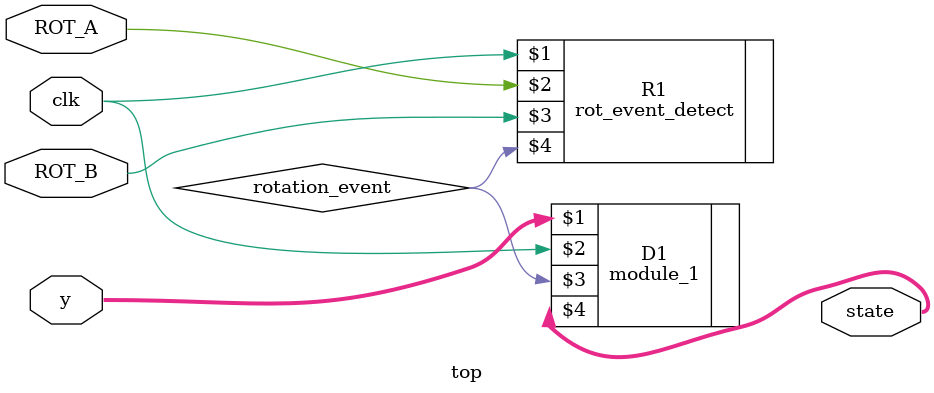
<source format=v>
`timescale 1ns / 1ps
module top(clk,ROT_A,ROT_B,y,state);
	input clk,ROT_A,ROT_B;
	input [1:0]y;
	output [3:0]state;
	wire [3:0]state;
	
	rot_event_detect R1(clk,ROT_A,ROT_B,rotation_event);
	module_1 D1(y,clk,rotation_event,state);

endmodule

</source>
